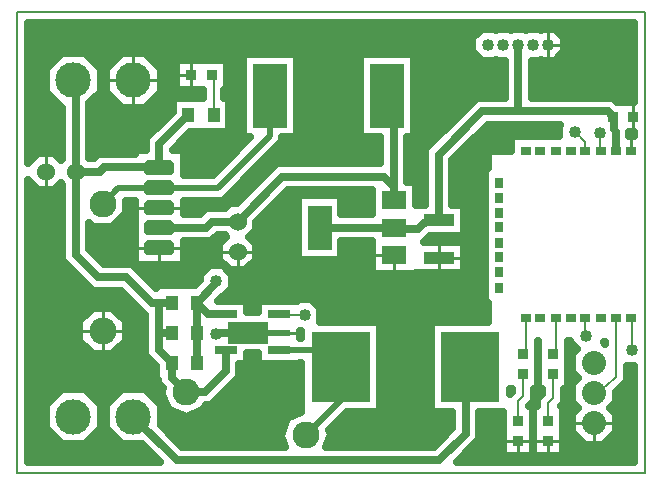
<source format=gtl>
G04 PROTEUS RS274X GERBER FILE*
%FSLAX45Y45*%
%MOMM*%
G01*
%ADD10C,0.177800*%
%ADD11C,0.635000*%
%ADD12C,0.508000*%
%ADD13C,1.016000*%
%ADD14C,0.254000*%
%ADD15C,1.524000*%
%AMDIL006*
4,1,8,
-1.270000,0.381000,-1.016000,0.635000,1.016000,0.635000,1.270000,0.381000,1.270000,-0.381000,
1.016000,-0.635000,-1.016000,-0.635000,-1.270000,-0.381000,-1.270000,0.381000,
0*%
%ADD16DIL006*%
%ADD17C,2.286000*%
%ADD18R,2.900000X5.400000*%
%ADD19R,2.032000X1.524000*%
%ADD70R,2.032000X3.810000*%
%ADD71R,2.540000X1.016000*%
%ADD20R,0.870000X0.780000*%
%ADD21R,0.780000X0.870000*%
%ADD22R,1.905000X0.635000*%
%AMPPAD015*
4,1,8,
2.641600,-0.279400,
2.641600,0.279400,
0.762000,0.279400,
0.762000,0.914400,
-2.641600,0.914400,
-2.641600,-0.914400,
0.762000,-0.914400,
0.762000,-0.279400,
2.641600,-0.279400,
0*%
%ADD23PPAD015*%
%ADD24R,0.889000X0.889000*%
%ADD25R,5.000000X6.000000*%
%ADD26R,1.016000X1.270000*%
%ADD27C,3.000000*%
%ADD28C,2.032000*%
%ADD29C,0.203200*%
%TD.AperFunction*%
G36*
X-758709Y+4367999D02*
X-904357Y+4367999D01*
X-937322Y+4400964D01*
X-1628702Y+4400964D01*
X-1628701Y+4715651D01*
X-1560765Y+4715651D01*
X-1552500Y+4723916D01*
X-1544235Y+4715651D01*
X-1433765Y+4715651D01*
X-1355651Y+4793765D01*
X-1355651Y+4904235D01*
X-1433765Y+4982349D01*
X-1544235Y+4982349D01*
X-1552500Y+4974084D01*
X-1560765Y+4982349D01*
X-1671235Y+4982349D01*
X-1679500Y+4974084D01*
X-1687765Y+4982349D01*
X-1798235Y+4982349D01*
X-1806500Y+4974084D01*
X-1814765Y+4982349D01*
X-1925235Y+4982349D01*
X-1933500Y+4974084D01*
X-1941765Y+4982349D01*
X-2052235Y+4982349D01*
X-2130349Y+4904235D01*
X-2130349Y+4793765D01*
X-2052235Y+4715651D01*
X-1941765Y+4715651D01*
X-1933500Y+4723916D01*
X-1925235Y+4715651D01*
X-1857299Y+4715651D01*
X-1857298Y+4400964D01*
X-2092912Y+4400963D01*
X-2527299Y+3966576D01*
X-2527299Y+3496309D01*
X-2609851Y+3496309D01*
X-2609851Y+3691889D01*
X-2679701Y+3691889D01*
X-2679701Y+4065451D01*
X-2627451Y+4065451D01*
X-2627451Y+4770549D01*
X-3082549Y+4770549D01*
X-3082549Y+4065451D01*
X-2908299Y+4065451D01*
X-2908299Y+3846052D01*
X-3785590Y+3846052D01*
X-4120893Y+3510749D01*
X-4183756Y+3510749D01*
X-4228507Y+3465998D01*
X-4382182Y+3465998D01*
X-4434421Y+3413759D01*
X-4570451Y+3413759D01*
X-4570451Y+3531871D01*
X-4241042Y+3531871D01*
X-3738494Y+4034419D01*
X-3738494Y+4065451D01*
X-3617451Y+4065451D01*
X-3617451Y+4770549D01*
X-4072549Y+4770549D01*
X-4072549Y+4065451D01*
X-4012786Y+4065451D01*
X-4330468Y+3747769D01*
X-4570451Y+3747769D01*
X-4570451Y+3956049D01*
X-4665701Y+3956049D01*
X-4665701Y+3962617D01*
X-4518567Y+4109751D01*
X-4187451Y+4109751D01*
X-4187451Y+4401849D01*
X-4229361Y+4401849D01*
X-4229361Y+4467201D01*
X-4210481Y+4467201D01*
X-4210481Y+4721199D01*
X-4637199Y+4721199D01*
X-4637199Y+4467201D01*
X-4412239Y+4467201D01*
X-4412239Y+4401849D01*
X-4667509Y+4401849D01*
X-4667509Y+4284093D01*
X-4894299Y+4057303D01*
X-4894299Y+3956049D01*
X-4989549Y+3956049D01*
X-4989549Y+3927739D01*
X-5296799Y+3927739D01*
X-5334339Y+3890199D01*
X-5372901Y+3890199D01*
X-5372902Y+4356224D01*
X-5275451Y+4453675D01*
X-5275451Y+4646325D01*
X-5411675Y+4782549D01*
X-5604325Y+4782549D01*
X-5740549Y+4646325D01*
X-5740549Y+4453675D01*
X-5604325Y+4317451D01*
X-5601498Y+4317451D01*
X-5601499Y+3886106D01*
X-5614200Y+3873405D01*
X-5675444Y+3934649D01*
X-5806956Y+3934649D01*
X-5893391Y+3848214D01*
X-5893391Y+5034291D01*
X-758709Y+5034291D01*
X-758709Y+4367999D01*
G37*
%LPC*%
G36*
X-5232549Y+4453675D02*
X-5232549Y+4646325D01*
X-5096325Y+4782549D01*
X-4903675Y+4782549D01*
X-4767451Y+4646325D01*
X-4767451Y+4453675D01*
X-4903675Y+4317451D01*
X-5096325Y+4317451D01*
X-5232549Y+4453675D01*
G37*
%LPD*%
G36*
X-758709Y+4075549D02*
X-800701Y+4075549D01*
X-800701Y+4114001D01*
X-758709Y+4114001D01*
X-758709Y+4075549D01*
G37*
G36*
X-1797344Y+4172366D02*
X-1388841Y+4172366D01*
X-1397778Y+4163429D01*
X-1397778Y+4075549D01*
X-1801049Y+4075549D01*
X-1801049Y+3950000D01*
X-1997000Y+3950000D01*
X-1997262Y+3810049D01*
X-2026549Y+3810049D01*
X-2026549Y+2667951D01*
X-1999404Y+2667951D01*
X-1999712Y+2503449D01*
X-2478849Y+2503449D01*
X-2478849Y+1738351D01*
X-2299775Y+1738351D01*
X-2299775Y+1603673D01*
X-2456380Y+1447068D01*
X-3367619Y+1447068D01*
X-3328885Y+1553488D01*
X-3345075Y+1588207D01*
X-3194931Y+1738351D01*
X-2913751Y+1738351D01*
X-2913751Y+2503449D01*
X-3420911Y+2503449D01*
X-3416380Y+2507980D01*
X-3416380Y+2618450D01*
X-3494494Y+2696564D01*
X-3604964Y+2696564D01*
X-3619289Y+2682239D01*
X-3944619Y+2682239D01*
X-3944619Y+2586989D01*
X-4038601Y+2586989D01*
X-4038601Y+2682239D01*
X-4169056Y+2682239D01*
X-4284704Y+2683294D01*
X-4251347Y+2716651D01*
X-4244765Y+2716651D01*
X-4166651Y+2794765D01*
X-4166651Y+2905235D01*
X-4244765Y+2983349D01*
X-4355235Y+2983349D01*
X-4433349Y+2905235D01*
X-4433349Y+2857933D01*
X-4478233Y+2813049D01*
X-4809349Y+2813049D01*
X-4809349Y+2794907D01*
X-5012682Y+2998240D01*
X-5251720Y+2998240D01*
X-5372901Y+3119421D01*
X-5372901Y+3339514D01*
X-5342538Y+3309151D01*
X-5179462Y+3309151D01*
X-5064151Y+3424462D01*
X-5064151Y+3531871D01*
X-4989549Y+3531871D01*
X-4989549Y+2983231D01*
X-4570451Y+2983231D01*
X-4570451Y+3185161D01*
X-4339735Y+3185161D01*
X-4287496Y+3237400D01*
X-4227905Y+3237400D01*
X-4215505Y+3225000D01*
X-4276749Y+3163756D01*
X-4276749Y+3032244D01*
X-4183756Y+2939251D01*
X-4052244Y+2939251D01*
X-3959251Y+3032244D01*
X-3959251Y+3163756D01*
X-4020495Y+3225000D01*
X-3959251Y+3286244D01*
X-3959251Y+3319727D01*
X-3951022Y+3327956D01*
X-3959251Y+3346597D01*
X-3959251Y+3349107D01*
X-3690904Y+3617454D01*
X-2978149Y+3617454D01*
X-2978149Y+3416299D01*
X-3239771Y+3416299D01*
X-3239771Y+3575049D01*
X-3608069Y+3575049D01*
X-3608069Y+3028951D01*
X-3239771Y+3028951D01*
X-3239771Y+3187701D01*
X-2978149Y+3187701D01*
X-2978149Y+2912111D01*
X-2609851Y+2912111D01*
X-2609851Y+2914651D01*
X-2203451Y+2914651D01*
X-2203451Y+3181349D01*
X-2541167Y+3181349D01*
X-2492905Y+3229611D01*
X-2203451Y+3229611D01*
X-2203451Y+3496309D01*
X-2298701Y+3496309D01*
X-2298701Y+3871890D01*
X-1998224Y+4172367D01*
X-1797344Y+4172366D01*
G37*
G36*
X-1006439Y+2333125D02*
X-1006439Y+2320865D01*
X-1018910Y+2333336D01*
X-1006439Y+2333125D01*
G37*
G36*
X-1574000Y+2342764D02*
X-1573999Y+2342764D01*
X-1573999Y+1932001D01*
X-1538439Y+1932001D01*
X-1538439Y+1894554D01*
X-1580833Y+1852160D01*
X-1580833Y+1792999D01*
X-1617999Y+1792999D01*
X-1617999Y+1366281D01*
X-1364001Y+1366281D01*
X-1364001Y+1792999D01*
X-1381366Y+1792999D01*
X-1355561Y+1818804D01*
X-1355561Y+1932001D01*
X-1320001Y+1932001D01*
X-1320001Y+2338450D01*
X-1304731Y+2338191D01*
X-1304731Y+2332570D01*
X-1243294Y+2271132D01*
X-1284149Y+2230277D01*
X-1284149Y+2077723D01*
X-1233426Y+2027000D01*
X-1284149Y+1976277D01*
X-1284149Y+1823723D01*
X-1233426Y+1773000D01*
X-1284149Y+1722277D01*
X-1284149Y+1569723D01*
X-1176277Y+1461851D01*
X-1023723Y+1461851D01*
X-915851Y+1569723D01*
X-915851Y+1722277D01*
X-966574Y+1773000D01*
X-915851Y+1823723D01*
X-915851Y+1911134D01*
X-823561Y+2003424D01*
X-823561Y+2134078D01*
X-758709Y+2134078D01*
X-758709Y+1315709D01*
X-2264455Y+1315709D01*
X-2071177Y+1508987D01*
X-2071177Y+1738351D01*
X-1871999Y+1738351D01*
X-1871999Y+1366281D01*
X-1618001Y+1366281D01*
X-1618001Y+1792999D01*
X-1654190Y+1792999D01*
X-1654190Y+1793607D01*
X-1609561Y+1838236D01*
X-1609561Y+1932001D01*
X-1574001Y+1932001D01*
X-1574001Y+2342765D01*
X-1574000Y+2342764D01*
G37*
G36*
X-3578849Y+2371089D02*
X-3590291Y+2371089D01*
X-3590291Y+2429866D01*
X-3578849Y+2429866D01*
X-3578849Y+2371089D01*
G37*
G36*
X-1792439Y+1913986D02*
X-1813751Y+1892674D01*
X-1813751Y+1932001D01*
X-1792439Y+1932001D01*
X-1792439Y+1913986D01*
G37*
G36*
X-5806956Y+3617151D02*
X-5675444Y+3617151D01*
X-5614200Y+3678395D01*
X-5601499Y+3665694D01*
X-5601499Y+3024735D01*
X-5346406Y+2769642D01*
X-5107368Y+2769642D01*
X-4898239Y+2560513D01*
X-4898239Y+2542189D01*
X-4898240Y+2473844D01*
X-4898240Y+2219598D01*
X-4809349Y+2130707D01*
X-4809349Y+2012951D01*
X-4790299Y+2012951D01*
X-4790299Y+1985915D01*
X-4752864Y+1948480D01*
X-4769013Y+1904112D01*
X-4700095Y+1756316D01*
X-4546854Y+1700541D01*
X-4399058Y+1769459D01*
X-4388267Y+1799107D01*
X-4343347Y+1799107D01*
X-4102939Y+2039515D01*
X-4102939Y+2148841D01*
X-4038601Y+2148841D01*
X-4038601Y+2239011D01*
X-3947159Y+2239011D01*
X-3947159Y+2148841D01*
X-3591561Y+2148841D01*
X-3591561Y+2155191D01*
X-3578849Y+2155191D01*
X-3578849Y+1744093D01*
X-3698840Y+1688141D01*
X-3754615Y+1534900D01*
X-3713659Y+1447068D01*
X-4585426Y+1447068D01*
X-4767451Y+1629093D01*
X-4767451Y+1796325D01*
X-4903675Y+1932549D01*
X-5096325Y+1932549D01*
X-5232549Y+1796325D01*
X-5232549Y+1603675D01*
X-5096325Y+1467451D01*
X-4929093Y+1467451D01*
X-4777351Y+1315709D01*
X-5893391Y+1315709D01*
X-5893391Y+3703586D01*
X-5806956Y+3617151D01*
G37*
%LPC*%
G36*
X-5064151Y+2508038D02*
X-5064151Y+2344962D01*
X-5179462Y+2229651D01*
X-5342538Y+2229651D01*
X-5457849Y+2344962D01*
X-5457849Y+2508038D01*
X-5342538Y+2623349D01*
X-5179462Y+2623349D01*
X-5064151Y+2508038D01*
G37*
G36*
X-5275451Y+1796325D02*
X-5275451Y+1603675D01*
X-5411675Y+1467451D01*
X-5604325Y+1467451D01*
X-5740549Y+1603675D01*
X-5740549Y+1796325D01*
X-5604325Y+1932549D01*
X-5411675Y+1932549D01*
X-5275451Y+1796325D01*
G37*
%LPD*%
D10*
X-4320800Y+4255800D02*
X-4320800Y+4577520D01*
X-4337480Y+4594200D01*
D11*
X-4534160Y+4255800D02*
X-4780000Y+4009960D01*
X-4780000Y+3810000D01*
X-5487200Y+3775900D02*
X-5286996Y+3775900D01*
X-5249456Y+3813440D01*
X-4783440Y+3813440D01*
X-4780000Y+3810000D01*
D12*
X-5261000Y+3506000D02*
X-5127180Y+3639820D01*
X-4780000Y+3639820D01*
X-4285755Y+3639820D01*
X-3846443Y+4079132D01*
X-3846443Y+4369763D01*
X-3844724Y+4371482D01*
X-3845000Y+4418000D01*
D11*
X-4780000Y+3299460D02*
X-4387078Y+3299460D01*
X-4334839Y+3351699D01*
X-4088921Y+3351699D01*
X-4087202Y+3353418D01*
X-4118000Y+3352000D01*
X-2794000Y+3533140D02*
X-2794000Y+3645781D01*
X-2794000Y+4361310D01*
X-2829967Y+4397277D01*
X-2855000Y+4418000D01*
X-4118000Y+3352000D02*
X-3738247Y+3731753D01*
X-2879972Y+3731753D01*
X-2794000Y+3645781D01*
X-4462640Y+2667000D02*
X-4364874Y+2569234D01*
X-4311650Y+2569234D01*
X-4216400Y+2567940D01*
X-4462640Y+2413000D02*
X-4462640Y+2667000D01*
X-4462640Y+2159000D02*
X-4462640Y+2413000D01*
X-4774818Y+2667000D02*
X-4843084Y+2667000D01*
X-4982638Y+2806554D01*
X-5060025Y+2883941D01*
X-5299063Y+2883941D01*
X-5487200Y+3072078D01*
X-5487200Y+3775900D01*
X-4676000Y+2413000D02*
X-4770441Y+2413000D01*
X-4783941Y+2426500D01*
X-4783941Y+2657877D01*
X-4774818Y+2667000D01*
X-4726800Y+2667000D01*
X-4676000Y+2667000D01*
X-4676000Y+2159000D02*
X-4783941Y+2266941D01*
X-4783941Y+2426500D01*
X-4774818Y+2667000D02*
X-4726800Y+2667000D01*
X-4676000Y+2667000D01*
X-4676000Y+2159000D02*
X-4676000Y+2033258D01*
X-4556148Y+1913406D01*
X-4390690Y+1913406D01*
X-4217238Y+2086858D01*
X-4217238Y+2262302D01*
X-4216400Y+2263140D01*
D12*
X-3769360Y+2263140D02*
X-3388540Y+2263140D01*
X-3246300Y+2120900D01*
X-3541750Y+1544194D02*
X-3229335Y+1856609D01*
X-3229335Y+2153066D01*
X-3246300Y+2120900D01*
D11*
X-2146300Y+2120900D02*
X-2185476Y+2081724D01*
X-2185476Y+1556330D01*
X-2409037Y+1332769D01*
X-4427967Y+1332769D01*
X-4632769Y+1332769D01*
X-5000000Y+1700000D01*
D10*
X-915000Y+2534000D02*
X-915000Y+2041299D01*
X-998400Y+1957899D01*
X-1100000Y+1900000D01*
X-1425000Y+2534000D02*
X-1425000Y+2253720D01*
X-1447000Y+2231720D01*
X-1675000Y+2534000D02*
X-1675000Y+2257720D01*
X-1701000Y+2231720D01*
X-1701000Y+2059000D02*
X-1701000Y+1876111D01*
X-1745629Y+1831482D01*
X-1745629Y+1666629D01*
X-1745000Y+1666000D01*
X-1447000Y+2059000D02*
X-1447000Y+1856679D01*
X-1489394Y+1814285D01*
X-1489394Y+1667606D01*
X-1491000Y+1666000D01*
D11*
X-2761179Y+3293229D02*
X-2590929Y+3293229D01*
X-2540000Y+3344158D01*
X-2413000Y+3362960D01*
X-3423920Y+3302000D02*
X-2769950Y+3302000D01*
X-2761179Y+3293229D01*
X-2794000Y+3302000D01*
X-915000Y+3954000D02*
X-915000Y+4115034D01*
X-933269Y+4133303D01*
X-933269Y+4235269D01*
X-939000Y+4241000D01*
D10*
X-782597Y+2267427D02*
X-782597Y+2531597D01*
X-785000Y+2534000D01*
X-1175000Y+2534000D02*
X-1175000Y+2391423D01*
X-1171382Y+2387805D01*
X-3549729Y+2563215D02*
X-3762095Y+2563215D01*
X-3766820Y+2567940D01*
D11*
X-4462640Y+2667000D02*
X-4300000Y+2829640D01*
X-4300000Y+2850000D01*
X-3937000Y+2413000D02*
X-4287000Y+2413000D01*
X-4300000Y+2400000D01*
X-1743000Y+4849000D02*
X-1743000Y+4293665D01*
X-1750000Y+4286665D01*
X-2413000Y+3362960D02*
X-2413000Y+3919233D01*
X-2045568Y+4286665D01*
X-1750000Y+4286665D01*
X-984665Y+4286665D01*
X-939000Y+4241000D01*
D10*
X-1045000Y+3954000D02*
X-1050000Y+3959000D01*
X-1050000Y+4100000D01*
X-1175000Y+3954000D02*
X-1175000Y+4029111D01*
X-1264429Y+4118540D01*
X-1264429Y+4108194D01*
D11*
X-5487200Y+3775900D02*
X-5487200Y+4529200D01*
X-5508000Y+4550000D01*
D13*
X-782597Y+2267427D03*
X-1171382Y+2387805D03*
X-3549729Y+2563215D03*
X-4300000Y+2850000D03*
X-4300000Y+2400000D03*
X-1050000Y+4100000D03*
X-1264429Y+4108194D03*
D11*
X-758709Y+4367999D02*
X-904357Y+4367999D01*
X-937322Y+4400964D01*
X-1628702Y+4400964D01*
X-1628701Y+4715651D01*
X-1560765Y+4715651D01*
X-1552500Y+4723916D01*
X-1544235Y+4715651D01*
X-1433765Y+4715651D01*
X-1355651Y+4793765D01*
X-1355651Y+4904235D01*
X-1433765Y+4982349D01*
X-1544235Y+4982349D01*
X-1552500Y+4974084D01*
X-1560765Y+4982349D01*
X-1671235Y+4982349D01*
X-1679500Y+4974084D01*
X-1687765Y+4982349D01*
X-1798235Y+4982349D01*
X-1806500Y+4974084D01*
X-1814765Y+4982349D01*
X-1925235Y+4982349D01*
X-1933500Y+4974084D01*
X-1941765Y+4982349D01*
X-2052235Y+4982349D01*
X-2130349Y+4904235D01*
X-2130349Y+4793765D01*
X-2052235Y+4715651D01*
X-1941765Y+4715651D01*
X-1933500Y+4723916D01*
X-1925235Y+4715651D01*
X-1857299Y+4715651D01*
X-1857298Y+4400964D01*
X-2092912Y+4400963D01*
X-2527299Y+3966576D01*
X-2527299Y+3496309D01*
X-2609851Y+3496309D01*
X-2609851Y+3691889D01*
X-2679701Y+3691889D01*
X-2679701Y+4065451D01*
X-2627451Y+4065451D01*
X-2627451Y+4770549D01*
X-3082549Y+4770549D01*
X-3082549Y+4065451D01*
X-2908299Y+4065451D01*
X-2908299Y+3846052D01*
X-3785590Y+3846052D01*
X-4120893Y+3510749D01*
X-4183756Y+3510749D01*
X-4228507Y+3465998D01*
X-4382182Y+3465998D01*
X-4434421Y+3413759D01*
X-4570451Y+3413759D01*
X-4570451Y+3531871D01*
X-4241042Y+3531871D01*
X-3738494Y+4034419D01*
X-3738494Y+4065451D01*
X-3617451Y+4065451D01*
X-3617451Y+4770549D01*
X-4072549Y+4770549D01*
X-4072549Y+4065451D01*
X-4012786Y+4065451D01*
X-4330468Y+3747769D01*
X-4570451Y+3747769D01*
X-4570451Y+3956049D01*
X-4665701Y+3956049D01*
X-4665701Y+3962617D01*
X-4518567Y+4109751D01*
X-4187451Y+4109751D01*
X-4187451Y+4401849D01*
X-4229361Y+4401849D01*
X-4229361Y+4467201D01*
X-4210481Y+4467201D01*
X-4210481Y+4721199D01*
X-4637199Y+4721199D01*
X-4637199Y+4467201D01*
X-4412239Y+4467201D01*
X-4412239Y+4401849D01*
X-4667509Y+4401849D01*
X-4667509Y+4284093D01*
X-4894299Y+4057303D01*
X-4894299Y+3956049D01*
X-4989549Y+3956049D01*
X-4989549Y+3927739D01*
X-5296799Y+3927739D01*
X-5334339Y+3890199D01*
X-5372901Y+3890199D01*
X-5372902Y+4356224D01*
X-5275451Y+4453675D01*
X-5275451Y+4646325D01*
X-5411675Y+4782549D01*
X-5604325Y+4782549D01*
X-5740549Y+4646325D01*
X-5740549Y+4453675D01*
X-5604325Y+4317451D01*
X-5601498Y+4317451D01*
X-5601499Y+3886106D01*
X-5614200Y+3873405D01*
X-5675444Y+3934649D01*
X-5806956Y+3934649D01*
X-5893391Y+3848214D01*
X-5893391Y+5034291D01*
X-758709Y+5034291D01*
X-758709Y+4367999D01*
X-5232549Y+4453675D02*
X-5232549Y+4646325D01*
X-5096325Y+4782549D01*
X-4903675Y+4782549D01*
X-4767451Y+4646325D01*
X-4767451Y+4453675D01*
X-4903675Y+4317451D01*
X-5096325Y+4317451D01*
X-5232549Y+4453675D01*
X-758709Y+4075549D02*
X-800701Y+4075549D01*
X-800701Y+4114001D01*
X-758709Y+4114001D01*
X-758709Y+4075549D01*
X-1797344Y+4172366D02*
X-1388841Y+4172366D01*
X-1397778Y+4163429D01*
X-1397778Y+4075549D01*
X-1801049Y+4075549D01*
X-1801049Y+3950000D01*
X-1997000Y+3950000D01*
X-1997262Y+3810049D01*
X-2026549Y+3810049D01*
X-2026549Y+2667951D01*
X-1999404Y+2667951D01*
X-1999712Y+2503449D01*
X-2478849Y+2503449D01*
X-2478849Y+1738351D01*
X-2299775Y+1738351D01*
X-2299775Y+1603673D01*
X-2456380Y+1447068D01*
X-3367619Y+1447068D01*
X-3328885Y+1553488D01*
X-3345075Y+1588207D01*
X-3194931Y+1738351D01*
X-2913751Y+1738351D01*
X-2913751Y+2503449D01*
X-3420911Y+2503449D01*
X-3416380Y+2507980D01*
X-3416380Y+2618450D01*
X-3494494Y+2696564D01*
X-3604964Y+2696564D01*
X-3619289Y+2682239D01*
X-3944619Y+2682239D01*
X-3944619Y+2586989D01*
X-4038601Y+2586989D01*
X-4038601Y+2682239D01*
X-4169056Y+2682239D01*
X-4284704Y+2683294D01*
X-4251347Y+2716651D01*
X-4244765Y+2716651D01*
X-4166651Y+2794765D01*
X-4166651Y+2905235D01*
X-4244765Y+2983349D01*
X-4355235Y+2983349D01*
X-4433349Y+2905235D01*
X-4433349Y+2857933D01*
X-4478233Y+2813049D01*
X-4809349Y+2813049D01*
X-4809349Y+2794907D01*
X-5012682Y+2998240D01*
X-5251720Y+2998240D01*
X-5372901Y+3119421D01*
X-5372901Y+3339514D01*
X-5342538Y+3309151D01*
X-5179462Y+3309151D01*
X-5064151Y+3424462D01*
X-5064151Y+3531871D01*
X-4989549Y+3531871D01*
X-4989549Y+2983231D01*
X-4570451Y+2983231D01*
X-4570451Y+3185161D01*
X-4339735Y+3185161D01*
X-4287496Y+3237400D01*
X-4227905Y+3237400D01*
X-4215505Y+3225000D01*
X-4276749Y+3163756D01*
X-4276749Y+3032244D01*
X-4183756Y+2939251D01*
X-4052244Y+2939251D01*
X-3959251Y+3032244D01*
X-3959251Y+3163756D01*
X-4020495Y+3225000D01*
X-3959251Y+3286244D01*
X-3959251Y+3319727D01*
X-3951022Y+3327956D01*
X-3959251Y+3346597D01*
X-3959251Y+3349107D01*
X-3690904Y+3617454D01*
X-2978149Y+3617454D01*
X-2978149Y+3416299D01*
X-3239771Y+3416299D01*
X-3239771Y+3575049D01*
X-3608069Y+3575049D01*
X-3608069Y+3028951D01*
X-3239771Y+3028951D01*
X-3239771Y+3187701D01*
X-2978149Y+3187701D01*
X-2978149Y+2912111D01*
X-2609851Y+2912111D01*
X-2609851Y+2914651D01*
X-2203451Y+2914651D01*
X-2203451Y+3181349D01*
X-2541167Y+3181349D01*
X-2492905Y+3229611D01*
X-2203451Y+3229611D01*
X-2203451Y+3496309D01*
X-2298701Y+3496309D01*
X-2298701Y+3871890D01*
X-1998224Y+4172367D01*
X-1797344Y+4172366D01*
X-1006439Y+2333125D02*
X-1006439Y+2320865D01*
X-1018910Y+2333336D01*
X-1006439Y+2333125D01*
X-1574000Y+2342764D02*
X-1573999Y+2342764D01*
X-1573999Y+1932001D01*
X-1538439Y+1932001D01*
X-1538439Y+1894554D01*
X-1580833Y+1852160D01*
X-1580833Y+1792999D01*
X-1617999Y+1792999D01*
X-1617999Y+1366281D01*
X-1364001Y+1366281D01*
X-1364001Y+1792999D01*
X-1381366Y+1792999D01*
X-1355561Y+1818804D01*
X-1355561Y+1932001D01*
X-1320001Y+1932001D01*
X-1320001Y+2338450D01*
X-1304731Y+2338191D01*
X-1304731Y+2332570D01*
X-1243294Y+2271132D01*
X-1284149Y+2230277D01*
X-1284149Y+2077723D01*
X-1233426Y+2027000D01*
X-1284149Y+1976277D01*
X-1284149Y+1823723D01*
X-1233426Y+1773000D01*
X-1284149Y+1722277D01*
X-1284149Y+1569723D01*
X-1176277Y+1461851D01*
X-1023723Y+1461851D01*
X-915851Y+1569723D01*
X-915851Y+1722277D01*
X-966574Y+1773000D01*
X-915851Y+1823723D01*
X-915851Y+1911134D01*
X-823561Y+2003424D01*
X-823561Y+2134078D01*
X-758709Y+2134078D01*
X-758709Y+1315709D01*
X-2264455Y+1315709D01*
X-2071177Y+1508987D01*
X-2071177Y+1738351D01*
X-1871999Y+1738351D01*
X-1871999Y+1366281D01*
X-1618001Y+1366281D01*
X-1618001Y+1792999D01*
X-1654190Y+1792999D01*
X-1654190Y+1793607D01*
X-1609561Y+1838236D01*
X-1609561Y+1932001D01*
X-1574001Y+1932001D01*
X-1574001Y+2342765D01*
X-1574000Y+2342764D01*
X-3578849Y+2371089D02*
X-3590291Y+2371089D01*
X-3590291Y+2429866D01*
X-3578849Y+2429866D01*
X-3578849Y+2371089D01*
X-1792439Y+1913986D02*
X-1813751Y+1892674D01*
X-1813751Y+1932001D01*
X-1792439Y+1932001D01*
X-1792439Y+1913986D01*
X-5806956Y+3617151D02*
X-5675444Y+3617151D01*
X-5614200Y+3678395D01*
X-5601499Y+3665694D01*
X-5601499Y+3024735D01*
X-5346406Y+2769642D01*
X-5107368Y+2769642D01*
X-4898239Y+2560513D01*
X-4898239Y+2542189D01*
X-4898240Y+2473844D01*
X-4898240Y+2219598D01*
X-4809349Y+2130707D01*
X-4809349Y+2012951D01*
X-4790299Y+2012951D01*
X-4790299Y+1985915D01*
X-4752864Y+1948480D01*
X-4769013Y+1904112D01*
X-4700095Y+1756316D01*
X-4546854Y+1700541D01*
X-4399058Y+1769459D01*
X-4388267Y+1799107D01*
X-4343347Y+1799107D01*
X-4102939Y+2039515D01*
X-4102939Y+2148841D01*
X-4038601Y+2148841D01*
X-4038601Y+2239011D01*
X-3947159Y+2239011D01*
X-3947159Y+2148841D01*
X-3591561Y+2148841D01*
X-3591561Y+2155191D01*
X-3578849Y+2155191D01*
X-3578849Y+1744093D01*
X-3698840Y+1688141D01*
X-3754615Y+1534900D01*
X-3713659Y+1447068D01*
X-4585426Y+1447068D01*
X-4767451Y+1629093D01*
X-4767451Y+1796325D01*
X-4903675Y+1932549D01*
X-5096325Y+1932549D01*
X-5232549Y+1796325D01*
X-5232549Y+1603675D01*
X-5096325Y+1467451D01*
X-4929093Y+1467451D01*
X-4777351Y+1315709D01*
X-5893391Y+1315709D01*
X-5893391Y+3703586D01*
X-5806956Y+3617151D01*
X-5064151Y+2508038D02*
X-5064151Y+2344962D01*
X-5179462Y+2229651D01*
X-5342538Y+2229651D01*
X-5457849Y+2344962D01*
X-5457849Y+2508038D01*
X-5342538Y+2623349D01*
X-5179462Y+2623349D01*
X-5064151Y+2508038D01*
X-5275451Y+1796325D02*
X-5275451Y+1603675D01*
X-5411675Y+1467451D01*
X-5604325Y+1467451D01*
X-5740549Y+1603675D01*
X-5740549Y+1796325D01*
X-5604325Y+1932549D01*
X-5411675Y+1932549D01*
X-5275451Y+1796325D01*
D14*
X-5741200Y+3934649D02*
X-5741200Y+3775900D01*
X-5741200Y+3617151D02*
X-5741200Y+3775900D01*
X-4989549Y+3469640D02*
X-4780000Y+3469640D01*
X-4570451Y+3469640D02*
X-4780000Y+3469640D01*
X-4780000Y+2983231D02*
X-4780000Y+3129280D01*
X-4989549Y+3129280D02*
X-4780000Y+3129280D01*
X-4570451Y+3129280D02*
X-4780000Y+3129280D01*
X-5064151Y+2426500D02*
X-5261000Y+2426500D01*
X-5457849Y+2426500D02*
X-5261000Y+2426500D01*
X-5261000Y+2623349D02*
X-5261000Y+2426500D01*
X-5261000Y+2229651D02*
X-5261000Y+2426500D01*
X-4118000Y+2939251D02*
X-4118000Y+3098000D01*
X-4276749Y+3098000D02*
X-4118000Y+3098000D01*
X-3959251Y+3098000D02*
X-4118000Y+3098000D01*
X-2794000Y+2912111D02*
X-2794000Y+3070860D01*
X-2978149Y+3070860D02*
X-2794000Y+3070860D01*
X-2413000Y+2914651D02*
X-2413000Y+3048000D01*
X-2413000Y+3181349D02*
X-2413000Y+3048000D01*
X-2203451Y+3048000D02*
X-2413000Y+3048000D01*
X-785000Y+4075549D02*
X-785000Y+3954000D01*
X-3590291Y+2413000D02*
X-3937000Y+2413000D01*
X-766280Y+4114001D02*
X-766280Y+4241000D01*
X-766280Y+4367999D02*
X-766280Y+4241000D01*
X-1745000Y+1366281D02*
X-1745000Y+1493280D01*
X-1871999Y+1493280D02*
X-1745000Y+1493280D01*
X-1618001Y+1493280D02*
X-1745000Y+1493280D01*
X-1491000Y+1366281D02*
X-1491000Y+1493280D01*
X-1617999Y+1493280D02*
X-1491000Y+1493280D01*
X-1364001Y+1493280D02*
X-1491000Y+1493280D01*
X-4637199Y+4594200D02*
X-4510200Y+4594200D01*
X-4510200Y+4721199D02*
X-4510200Y+4594200D01*
X-4510200Y+4467201D02*
X-4510200Y+4594200D01*
X-1489000Y+4982349D02*
X-1489000Y+4849000D01*
X-1489000Y+4715651D02*
X-1489000Y+4849000D01*
X-1355651Y+4849000D02*
X-1489000Y+4849000D01*
X-5232549Y+4550000D02*
X-5000000Y+4550000D01*
X-4767451Y+4550000D02*
X-5000000Y+4550000D01*
X-5000000Y+4317451D02*
X-5000000Y+4550000D01*
X-5000000Y+4782549D02*
X-5000000Y+4550000D01*
X-1100000Y+1461851D02*
X-1100000Y+1646000D01*
X-1284149Y+1646000D02*
X-1100000Y+1646000D01*
X-915851Y+1646000D02*
X-1100000Y+1646000D01*
D15*
X-5487200Y+3775900D03*
X-5741200Y+3775900D03*
D16*
X-4780000Y+3810000D03*
X-4780000Y+3639820D03*
X-4780000Y+3469640D03*
X-4780000Y+3299460D03*
X-4780000Y+3129280D03*
D17*
X-5261000Y+2426500D03*
X-5261000Y+3506000D03*
D15*
X-4118000Y+3352000D03*
X-4118000Y+3098000D03*
D18*
X-3845000Y+4418000D03*
X-2855000Y+4418000D03*
D19*
X-2794000Y+3070860D03*
X-2794000Y+3302000D03*
X-2794000Y+3533140D03*
D70*
X-3423920Y+3302000D03*
D71*
X-2413000Y+3048000D03*
X-2413000Y+3362960D03*
D20*
X-785000Y+3954000D03*
X-915000Y+3954000D03*
X-1045000Y+3954000D03*
X-1175000Y+3954000D03*
X-1295000Y+3954000D03*
X-1425000Y+3954000D03*
X-1555000Y+3954000D03*
X-1675000Y+3954000D03*
D21*
X-1905000Y+3684000D03*
X-1905000Y+3554000D03*
X-1905000Y+3424000D03*
X-1905000Y+3304000D03*
X-1905000Y+3174000D03*
X-1905000Y+3054000D03*
X-1905000Y+2924000D03*
X-1905000Y+2794000D03*
D20*
X-1675000Y+2534000D03*
X-1555000Y+2534000D03*
X-1425000Y+2534000D03*
X-1295000Y+2534000D03*
X-1175000Y+2534000D03*
X-1045000Y+2534000D03*
X-915000Y+2534000D03*
X-785000Y+2534000D03*
D22*
X-3769360Y+2263140D03*
D23*
X-3937000Y+2413000D03*
D22*
X-3766820Y+2567940D03*
X-4216400Y+2567940D03*
X-4216400Y+2263140D03*
D24*
X-939000Y+4241000D03*
X-766280Y+4241000D03*
D17*
X-3541750Y+1544194D03*
X-4556148Y+1913406D03*
D25*
X-3246300Y+2120900D03*
X-2146300Y+2120900D03*
D26*
X-4676000Y+2159000D03*
X-4462640Y+2159000D03*
X-4676000Y+2413000D03*
X-4462640Y+2413000D03*
X-4676000Y+2667000D03*
X-4462640Y+2667000D03*
D24*
X-1701000Y+2059000D03*
X-1701000Y+2231720D03*
D26*
X-4534160Y+4255800D03*
X-4320800Y+4255800D03*
D24*
X-1447000Y+2231720D03*
X-1447000Y+2059000D03*
X-1745000Y+1666000D03*
X-1745000Y+1493280D03*
X-1491000Y+1666000D03*
X-1491000Y+1493280D03*
X-4337480Y+4594200D03*
X-4510200Y+4594200D03*
D13*
X-1489000Y+4849000D03*
X-1616000Y+4849000D03*
X-1743000Y+4849000D03*
X-1870000Y+4849000D03*
X-1997000Y+4849000D03*
D27*
X-5508000Y+4550000D03*
X-5000000Y+4550000D03*
X-5000000Y+1700000D03*
X-5508000Y+1700000D03*
D28*
X-1100000Y+2154000D03*
X-1100000Y+1900000D03*
X-1100000Y+1646000D03*
D29*
X-5986100Y+1223000D02*
X-666000Y+1223000D01*
X-666000Y+5127000D01*
X-5986100Y+5127000D01*
X-5986100Y+1223000D01*
M02*

</source>
